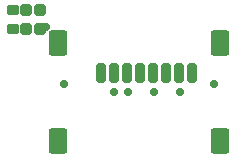
<source format=gts>
G04*
G04 #@! TF.GenerationSoftware,Altium Limited,Altium Designer,20.0.10 (225)*
G04*
G04 Layer_Color=7674933*
%FSLAX25Y25*%
%MOIN*%
G70*
G01*
G75*
G04:AMPARAMS|DCode=17|XSize=84.25mil|YSize=62.6mil|CornerRadius=8.47mil|HoleSize=0mil|Usage=FLASHONLY|Rotation=270.000|XOffset=0mil|YOffset=0mil|HoleType=Round|Shape=RoundedRectangle|*
%AMROUNDEDRECTD17*
21,1,0.08425,0.04567,0,0,270.0*
21,1,0.06732,0.06260,0,0,270.0*
1,1,0.01693,-0.02284,-0.03366*
1,1,0.01693,-0.02284,0.03366*
1,1,0.01693,0.02284,0.03366*
1,1,0.01693,0.02284,-0.03366*
%
%ADD17ROUNDEDRECTD17*%
G04:AMPARAMS|DCode=18|XSize=64.57mil|YSize=31.1mil|CornerRadius=5.32mil|HoleSize=0mil|Usage=FLASHONLY|Rotation=270.000|XOffset=0mil|YOffset=0mil|HoleType=Round|Shape=RoundedRectangle|*
%AMROUNDEDRECTD18*
21,1,0.06457,0.02047,0,0,270.0*
21,1,0.05394,0.03110,0,0,270.0*
1,1,0.01063,-0.01024,-0.02697*
1,1,0.01063,-0.01024,0.02697*
1,1,0.01063,0.01024,0.02697*
1,1,0.01063,0.01024,-0.02697*
%
%ADD18ROUNDEDRECTD18*%
G04:AMPARAMS|DCode=19|XSize=38.98mil|YSize=38.98mil|CornerRadius=6.1mil|HoleSize=0mil|Usage=FLASHONLY|Rotation=90.000|XOffset=0mil|YOffset=0mil|HoleType=Round|Shape=RoundedRectangle|*
%AMROUNDEDRECTD19*
21,1,0.03898,0.02677,0,0,90.0*
21,1,0.02677,0.03898,0,0,90.0*
1,1,0.01221,0.01339,0.01339*
1,1,0.01221,0.01339,-0.01339*
1,1,0.01221,-0.01339,-0.01339*
1,1,0.01221,-0.01339,0.01339*
%
%ADD19ROUNDEDRECTD19*%
G04:AMPARAMS|DCode=20|XSize=33.07mil|YSize=41.73mil|CornerRadius=5.51mil|HoleSize=0mil|Usage=FLASHONLY|Rotation=270.000|XOffset=0mil|YOffset=0mil|HoleType=Round|Shape=RoundedRectangle|*
%AMROUNDEDRECTD20*
21,1,0.03307,0.03071,0,0,270.0*
21,1,0.02205,0.04173,0,0,270.0*
1,1,0.01102,-0.01535,-0.01102*
1,1,0.01102,-0.01535,0.01102*
1,1,0.01102,0.01535,0.01102*
1,1,0.01102,0.01535,-0.01102*
%
%ADD20ROUNDEDRECTD20*%
%ADD21C,0.02913*%
D17*
X17618Y48031D02*
D03*
Y15354D02*
D03*
X71752D02*
D03*
Y48031D02*
D03*
D18*
X62382Y37795D02*
D03*
X58051D02*
D03*
X53720D02*
D03*
X49390D02*
D03*
X45059D02*
D03*
X40728D02*
D03*
X36398D02*
D03*
X32067D02*
D03*
D19*
X11713Y52598D02*
D03*
Y58819D02*
D03*
X7087Y52598D02*
D03*
Y58819D02*
D03*
D20*
X2559Y58858D02*
D03*
Y52559D02*
D03*
D21*
X13484Y53445D02*
D03*
X40945Y31496D02*
D03*
X58268D02*
D03*
X49508D02*
D03*
X19685Y34134D02*
D03*
X36319Y31496D02*
D03*
X69701Y34170D02*
D03*
M02*

</source>
